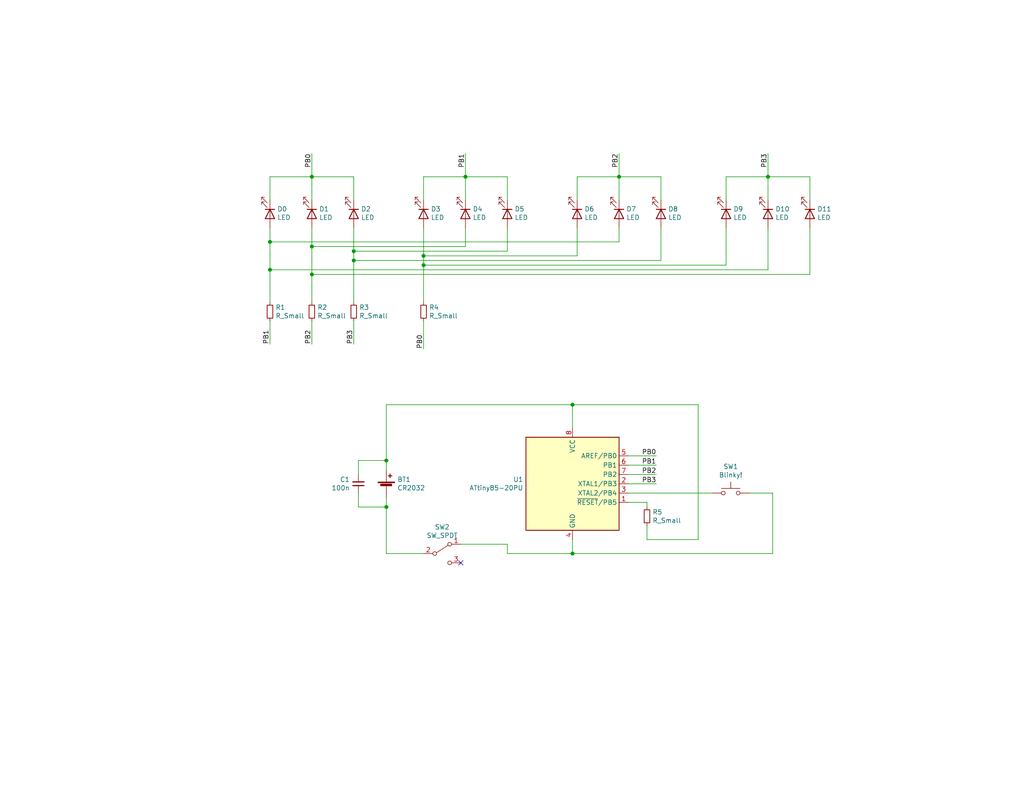
<source format=kicad_sch>
(kicad_sch (version 20211123) (generator eeschema)
  (paper "USLetter")
  (title_block (title "Heart 2") (rev "1.0") (company "Cristóbal Cuevas Lagos"))
  (lib_symbols
    (symbol "Device:Battery_Cell" (pin_numbers hide) (pin_names (offset 0) hide)
      (property "Reference" "BT" (at 2.54 2.54 0))
      (property "Value" "Battery_Cell" (at 2.54 0 0))
      (symbol "Battery_Cell_0_1"
        (rectangle (start -2.286 1.778) (end 2.286 1.524) (fill (type outline)))
        (rectangle (start -1.5748 1.1938) (end 1.4732 0.6858) (fill (type outline)))
        (polyline (pts (xy 0 0.762) (xy 0 0)))
        (polyline (pts (xy 0 1.778) (xy 0 2.54)))
        (polyline (pts (xy 0.508 3.429) (xy 1.524 3.429)) (stroke (width 0.254)))
        (polyline (pts (xy 1.016 3.937) (xy 1.016 2.921)) (stroke (width 0.254)))
      )
      (symbol "Battery_Cell_1_1"
        (pin passive line (at 0 5.08 270) (length 2.54) (name "+") (number "1"))
        (pin passive line (at 0 -2.54 90) (length 2.54) (name "-") (number "2"))
      )
    )
    (symbol "Device:C_Small" (pin_numbers hide) (pin_names (offset 0.254) hide)
      (property "Reference" "C" (at 0.254 1.778 0))
      (property "Value" "C_Small" (at 0.254 -2.032 0))
      (symbol "C_Small_0_1"
        (polyline (pts (xy -1.524 -0.508) (xy 1.524 -0.508)) (stroke (width 0.3302)))
        (polyline (pts (xy -1.524 0.508) (xy 1.524 0.508)) (stroke (width 0.3048)))
      )
      (symbol "C_Small_1_1"
        (pin passive line (at 0 2.54 270) (length 2.032) (name "~") (number "1"))
        (pin passive line (at 0 -2.54 90) (length 2.032) (name "~") (number "2"))
      )
    )
    (symbol "Device:LED" (pin_numbers hide) (pin_names (offset 1.016) hide)
      (property "Reference" "D" (at 0 2.54 0))
      (property "Value" "LED" (at 0 -2.54 0))
      (symbol "LED_0_1"
        (polyline (pts (xy -1.27 -1.27) (xy -1.27 1.27)) (stroke (width 0.254)))
        (polyline (pts (xy -1.27 0) (xy 1.27 0)))
        (polyline (pts (xy 1.27 -1.27) (xy 1.27 1.27) (xy -1.27 0) (xy 1.27 -1.27)) (stroke (width 0.254)))
        (polyline (pts (xy -3.048 -0.762) (xy -4.572 -2.286) (xy -3.81 -2.286) (xy -4.572 -2.286) (xy -4.572 -1.524)))
        (polyline (pts (xy -1.778 -0.762) (xy -3.302 -2.286) (xy -2.54 -2.286) (xy -3.302 -2.286) (xy -3.302 -1.524)))
      )
      (symbol "LED_1_1"
        (pin passive line (at -3.81 0 0) (length 2.54) (name "K") (number "1"))
        (pin passive line (at 3.81 0 180) (length 2.54) (name "A") (number "2"))
      )
    )
    (symbol "Device:R_Small" (pin_numbers hide) (pin_names (offset 0.254) hide)
      (property "Reference" "R" (at 0.762 0.508 0))
      (property "Value" "R_Small" (at 0.762 -1.016 0))
      (symbol "R_Small_0_1"
        (rectangle (start -0.762 1.778) (end 0.762 -1.778) (stroke (width 0.2032)))
      )
      (symbol "R_Small_1_1"
        (pin passive line (at 0 2.54 270) (length 0.762) (name "~") (number "1"))
        (pin passive line (at 0 -2.54 90) (length 0.762) (name "~") (number "2"))
      )
    )
    (symbol "Herz-rescue:ATtiny85-20PU-MCU_Microchip_ATtiny"
      (property "Reference" "U" (at -12.7 13.97 0))
      (property "Value" "ATtiny85-20PU-MCU_Microchip_ATtiny" (at 2.54 -13.97 0))
      (symbol "ATtiny85-20PU-MCU_Microchip_ATtiny_0_1"
        (rectangle (start -12.7 -12.7) (end 12.7 12.7) (stroke (width 0.254)) (fill (type background)))
      )
      (symbol "ATtiny85-20PU-MCU_Microchip_ATtiny_1_1"
        (pin tri_state line (at 15.24 -5.08 180) (length 2.54) (name "~{RESET}/PB5") (number "1"))
        (pin tri_state line (at 15.24 0 180) (length 2.54) (name "XTAL1/PB3") (number "2"))
        (pin tri_state line (at 15.24 -2.54 180) (length 2.54) (name "XTAL2/PB4") (number "3"))
        (pin power_in line (at 0 -15.24 90) (length 2.54) (name "GND") (number "4"))
        (pin tri_state line (at 15.24 7.62 180) (length 2.54) (name "AREF/PB0") (number "5"))
        (pin tri_state line (at 15.24 5.08 180) (length 2.54) (name "PB1") (number "6"))
        (pin tri_state line (at 15.24 2.54 180) (length 2.54) (name "PB2") (number "7"))
        (pin power_in line (at 0 15.24 270) (length 2.54) (name "VCC") (number "8"))
      )
    )
    (symbol "Switch:SW_Push" (pin_numbers hide) (pin_names (offset 1.016) hide)
      (property "Reference" "SW" (at 1.27 2.54 0))
      (property "Value" "SW_Push" (at 0 -1.524 0))
      (symbol "SW_Push_0_1"
        (circle (center -2.032 0) (radius 0.508))
        (polyline (pts (xy 0 1.27) (xy 0 3.048)))
        (polyline (pts (xy 2.54 1.27) (xy -2.54 1.27)))
        (circle (center 2.032 0) (radius 0.508))
        (pin passive line (at -5.08 0 0) (length 2.54) (name "1") (number "1"))
        (pin passive line (at 5.08 0 180) (length 2.54) (name "2") (number "2"))
      )
    )
    (symbol "Switch:SW_SPDT" (pin_names (offset 0) hide)
      (property "Reference" "SW" (at 0 4.318 0))
      (property "Value" "SW_SPDT" (at 0 -5.08 0))
      (symbol "SW_SPDT_0_0"
        (circle (center -2.032 0) (radius 0.508))
        (circle (center 2.032 -2.54) (radius 0.508))
      )
      (symbol "SW_SPDT_0_1"
        (polyline (pts (xy -1.524 0.254) (xy 1.651 2.286)))
        (circle (center 2.032 2.54) (radius 0.508))
      )
      (symbol "SW_SPDT_1_1"
        (pin passive line (at 5.08 2.54 180) (length 2.54) (name "A") (number "1"))
        (pin passive line (at -5.08 0 0) (length 2.54) (name "B") (number "2"))
        (pin passive line (at 5.08 -2.54 180) (length 2.54) (name "C") (number "3"))
      )
    )
  )
  (junction (at 209.55 48.26))
  (junction (at 127 48.26))
  (junction (at 85.09 48.26))
  (junction (at 115.57 69.85))
  (junction (at 156.21 151.13))
  (junction (at 115.57 72.39))
  (junction (at 73.66 66.04))
  (junction (at 96.52 68.58))
  (junction (at 156.21 110.49))
  (junction (at 105.41 125.73))
  (junction (at 85.09 74.93))
  (junction (at 105.41 138.43))
  (junction (at 73.66 73.66))
  (junction (at 85.09 67.31))
  (junction (at 168.91 48.26))
  (junction (at 96.52 71.12))
  (no_connect (at 125.73 153.67))
  (wire (pts (xy 115.57 87.63) (xy 115.57 95.25)))
  (wire (pts (xy 220.98 48.26) (xy 220.98 54.61)))
  (wire (pts (xy 85.09 41.91) (xy 85.09 48.26)))
  (wire (pts (xy 210.82 151.13) (xy 156.21 151.13)))
  (wire (pts (xy 115.57 48.26) (xy 115.57 54.61)))
  (wire (pts (xy 97.79 125.73) (xy 105.41 125.73)))
  (wire (pts (xy 176.53 143.51) (xy 176.53 147.32)))
  (wire (pts (xy 168.91 48.26) (xy 180.34 48.26)))
  (wire (pts (xy 125.73 148.59) (xy 138.43 148.59)))
  (wire (pts (xy 190.5 110.49) (xy 190.5 147.32)))
  (wire (pts (xy 198.12 72.39) (xy 115.57 72.39)))
  (wire (pts (xy 209.55 62.23) (xy 209.55 73.66)))
  (wire (pts (xy 168.91 62.23) (xy 168.91 66.04)))
  (wire (pts (xy 156.21 110.49) (xy 156.21 116.84)))
  (wire (pts (xy 73.66 82.55) (xy 73.66 73.66)))
  (wire (pts (xy 73.66 87.63) (xy 73.66 93.98)))
  (wire (pts (xy 156.21 110.49) (xy 190.5 110.49)))
  (wire (pts (xy 190.5 147.32) (xy 176.53 147.32)))
  (wire (pts (xy 96.52 68.58) (xy 96.52 62.23)))
  (wire (pts (xy 105.41 125.73) (xy 105.41 110.49)))
  (wire (pts (xy 97.79 138.43) (xy 105.41 138.43)))
  (wire (pts (xy 96.52 82.55) (xy 96.52 71.12)))
  (wire (pts (xy 168.91 41.91) (xy 168.91 48.26)))
  (wire (pts (xy 115.57 69.85) (xy 115.57 72.39)))
  (wire (pts (xy 85.09 48.26) (xy 73.66 48.26)))
  (wire (pts (xy 194.31 134.62) (xy 171.45 134.62)))
  (wire (pts (xy 96.52 71.12) (xy 96.52 68.58)))
  (wire (pts (xy 85.09 67.31) (xy 85.09 62.23)))
  (wire (pts (xy 105.41 128.27) (xy 105.41 125.73)))
  (wire (pts (xy 179.07 124.46) (xy 171.45 124.46)))
  (wire (pts (xy 220.98 62.23) (xy 220.98 74.93)))
  (wire (pts (xy 176.53 137.16) (xy 176.53 138.43)))
  (wire (pts (xy 73.66 73.66) (xy 73.66 66.04)))
  (wire (pts (xy 115.57 62.23) (xy 115.57 69.85)))
  (wire (pts (xy 85.09 82.55) (xy 85.09 74.93)))
  (wire (pts (xy 157.48 48.26) (xy 157.48 54.61)))
  (wire (pts (xy 168.91 48.26) (xy 168.91 54.61)))
  (wire (pts (xy 85.09 74.93) (xy 85.09 67.31)))
  (wire (pts (xy 97.79 129.54) (xy 97.79 125.73)))
  (wire (pts (xy 220.98 74.93) (xy 85.09 74.93)))
  (wire (pts (xy 97.79 134.62) (xy 97.79 138.43)))
  (wire (pts (xy 204.47 134.62) (xy 210.82 134.62)))
  (wire (pts (xy 179.07 129.54) (xy 171.45 129.54)))
  (wire (pts (xy 127 48.26) (xy 127 54.61)))
  (wire (pts (xy 85.09 48.26) (xy 85.09 54.61)))
  (wire (pts (xy 157.48 69.85) (xy 115.57 69.85)))
  (wire (pts (xy 209.55 41.91) (xy 209.55 48.26)))
  (wire (pts (xy 198.12 62.23) (xy 198.12 72.39)))
  (wire (pts (xy 179.07 127) (xy 171.45 127)))
  (wire (pts (xy 127 67.31) (xy 85.09 67.31)))
  (wire (pts (xy 209.55 73.66) (xy 73.66 73.66)))
  (wire (pts (xy 96.52 48.26) (xy 96.52 54.61)))
  (wire (pts (xy 105.41 151.13) (xy 115.57 151.13)))
  (wire (pts (xy 85.09 48.26) (xy 96.52 48.26)))
  (wire (pts (xy 209.55 48.26) (xy 220.98 48.26)))
  (wire (pts (xy 73.66 66.04) (xy 73.66 62.23)))
  (wire (pts (xy 96.52 71.12) (xy 180.34 71.12)))
  (wire (pts (xy 138.43 48.26) (xy 138.43 54.61)))
  (wire (pts (xy 127 48.26) (xy 138.43 48.26)))
  (wire (pts (xy 115.57 72.39) (xy 115.57 82.55)))
  (wire (pts (xy 168.91 66.04) (xy 73.66 66.04)))
  (wire (pts (xy 138.43 62.23) (xy 138.43 68.58)))
  (wire (pts (xy 85.09 87.63) (xy 85.09 93.98)))
  (wire (pts (xy 127 48.26) (xy 115.57 48.26)))
  (wire (pts (xy 105.41 110.49) (xy 156.21 110.49)))
  (wire (pts (xy 105.41 138.43) (xy 105.41 151.13)))
  (wire (pts (xy 105.41 135.89) (xy 105.41 138.43)))
  (wire (pts (xy 171.45 137.16) (xy 176.53 137.16)))
  (wire (pts (xy 180.34 62.23) (xy 180.34 71.12)))
  (wire (pts (xy 127 62.23) (xy 127 67.31)))
  (wire (pts (xy 138.43 151.13) (xy 156.21 151.13)))
  (wire (pts (xy 209.55 48.26) (xy 198.12 48.26)))
  (wire (pts (xy 156.21 151.13) (xy 156.21 147.32)))
  (wire (pts (xy 180.34 48.26) (xy 180.34 54.61)))
  (wire (pts (xy 209.55 48.26) (xy 209.55 54.61)))
  (wire (pts (xy 179.07 132.08) (xy 171.45 132.08)))
  (wire (pts (xy 138.43 148.59) (xy 138.43 151.13)))
  (wire (pts (xy 157.48 62.23) (xy 157.48 69.85)))
  (wire (pts (xy 138.43 68.58) (xy 96.52 68.58)))
  (wire (pts (xy 73.66 48.26) (xy 73.66 54.61)))
  (wire (pts (xy 168.91 48.26) (xy 157.48 48.26)))
  (wire (pts (xy 96.52 87.63) (xy 96.52 93.98)))
  (wire (pts (xy 210.82 134.62) (xy 210.82 151.13)))
  (wire (pts (xy 127 41.91) (xy 127 48.26)))
  (wire (pts (xy 198.12 48.26) (xy 198.12 54.61)))
  (label "PB3" (at 179.07 132.08 180))
  (label "PB3" (at 209.55 41.91 270))
  (label "PB1" (at 73.66 93.98 90))
  (label "PB2" (at 168.91 41.91 270))
  (label "PB2" (at 179.07 129.54 180))
  (label "PB2" (at 85.09 93.98 90))
  (label "PB1" (at 179.07 127 180))
  (label "PB0" (at 179.07 124.46 180))
  (label "PB3" (at 96.52 93.98 90))
  (label "PB0" (at 115.57 95.25 90))
  (label "PB1" (at 127 41.91 270))
  (label "PB0" (at 85.09 41.91 270))
  (symbol (lib_id "Device:LED") (at 73.66 58.42 270) (unit 1)
    (property "Reference" "D0" (at 75.6412 57.0738 90) (effects (justify left)))
    (property "Value" "LED" (at 75.6412 59.3852 90) (effects (justify left)))
    (property "Footprint" "LED_THT:LED_D5.0mm" (effects hide))
  )
  (symbol (lib_id "Device:R_Small") (at 73.66 85.09 0) (unit 1)
    (property "Reference" "R1" (at 75.1586 83.9216 0) (effects (justify left)))
    (property "Value" "R_Small" (at 75.1586 86.233 0) (effects (justify left)))
    (property "Footprint" "Resistor_SMD:R_0805_2012Metric" (effects hide))
  )
  (symbol (lib_id "Device:LED") (at 85.09 58.42 270) (unit 1)
    (property "Reference" "D1" (at 87.0712 57.0738 90) (effects (justify left)))
    (property "Value" "LED" (at 87.0712 59.3852 90) (effects (justify left)))
    (property "Footprint" "LED_THT:LED_D5.0mm" (effects hide))
  )
  (symbol (lib_id "Device:R_Small") (at 85.09 85.09 0) (unit 1)
    (property "Reference" "R2" (at 86.5886 83.9216 0) (effects (justify left)))
    (property "Value" "R_Small" (at 86.5886 86.233 0) (effects (justify left)))
    (property "Footprint" "Resistor_SMD:R_0805_2012Metric" (effects hide))
  )
  (symbol (lib_id "Device:LED") (at 96.52 58.42 270) (unit 1)
    (property "Reference" "D2" (at 98.5012 57.0738 90) (effects (justify left)))
    (property "Value" "LED" (at 98.5012 59.3852 90) (effects (justify left)))
    (property "Footprint" "LED_THT:LED_D5.0mm" (effects hide))
  )
  (symbol (lib_id "Device:R_Small") (at 96.52 85.09 0) (unit 1)
    (property "Reference" "R3" (at 98.0186 83.9216 0) (effects (justify left)))
    (property "Value" "R_Small" (at 98.0186 86.233 0) (effects (justify left)))
    (property "Footprint" "Resistor_SMD:R_0805_2012Metric" (effects hide))
  )
  (symbol (lib_id "Device:LED") (at 115.57 58.42 270) (unit 1)
    (property "Reference" "D3" (at 117.5512 57.0738 90) (effects (justify left)))
    (property "Value" "LED" (at 117.5512 59.3852 90) (effects (justify left)))
    (property "Footprint" "LED_THT:LED_D5.0mm" (effects hide))
  )
  (symbol (lib_id "Device:LED") (at 127 58.42 270) (unit 1)
    (property "Reference" "D4" (at 128.9812 57.0738 90) (effects (justify left)))
    (property "Value" "LED" (at 128.9812 59.3852 90) (effects (justify left)))
    (property "Footprint" "LED_THT:LED_D5.0mm" (effects hide))
  )
  (symbol (lib_id "Device:LED") (at 138.43 58.42 270) (unit 1)
    (property "Reference" "D5" (at 140.4112 57.0738 90) (effects (justify left)))
    (property "Value" "LED" (at 140.4112 59.3852 90) (effects (justify left)))
    (property "Footprint" "LED_THT:LED_D5.0mm" (effects hide))
  )
  (symbol (lib_id "Device:R_Small") (at 115.57 85.09 0) (unit 1)
    (property "Reference" "R4" (at 117.0686 83.9216 0) (effects (justify left)))
    (property "Value" "R_Small" (at 117.0686 86.233 0) (effects (justify left)))
    (property "Footprint" "Resistor_SMD:R_0805_2012Metric" (effects hide))
  )
  (symbol (lib_id "Device:LED") (at 157.48 58.42 270) (unit 1)
    (property "Reference" "D6" (at 159.4612 57.0738 90) (effects (justify left)))
    (property "Value" "LED" (at 159.4612 59.3852 90) (effects (justify left)))
    (property "Footprint" "LED_THT:LED_D5.0mm" (effects hide))
  )
  (symbol (lib_id "Device:LED") (at 168.91 58.42 270) (unit 1)
    (property "Reference" "D7" (at 170.8912 57.0738 90) (effects (justify left)))
    (property "Value" "LED" (at 170.8912 59.3852 90) (effects (justify left)))
    (property "Footprint" "LED_THT:LED_D5.0mm" (effects hide))
  )
  (symbol (lib_id "Device:LED") (at 180.34 58.42 270) (unit 1)
    (property "Reference" "D8" (at 182.3212 57.0738 90) (effects (justify left)))
    (property "Value" "LED" (at 182.3212 59.3852 90) (effects (justify left)))
    (property "Footprint" "LED_THT:LED_D5.0mm" (effects hide))
  )
  (symbol (lib_id "Device:LED") (at 198.12 58.42 270) (unit 1)
    (property "Reference" "D9" (at 200.1012 57.0738 90) (effects (justify left)))
    (property "Value" "LED" (at 200.1012 59.3852 90) (effects (justify left)))
    (property "Footprint" "LED_THT:LED_D5.0mm" (effects hide))
  )
  (symbol (lib_id "Device:LED") (at 209.55 58.42 270) (unit 1)
    (property "Reference" "D10" (at 211.5566 57.0738 90) (effects (justify left)))
    (property "Value" "LED" (at 211.5566 59.3852 90) (effects (justify left)))
    (property "Footprint" "LED_THT:LED_D5.0mm" (effects hide))
  )
  (symbol (lib_id "Device:LED") (at 220.98 58.42 270) (unit 1)
    (property "Reference" "D11" (at 222.9866 57.0738 90) (effects (justify left)))
    (property "Value" "LED" (at 222.9866 59.3852 90) (effects (justify left)))
    (property "Footprint" "LED_THT:LED_D5.0mm" (effects hide))
  )
  (symbol (lib_id "Herz-rescue:ATtiny85-20PU-MCU_Microchip_ATtiny") (at 156.21 132.08 0) (unit 1)
    (property "Reference" "U1" (at 142.7734 130.9116 0) (effects (justify right)))
    (property "Value" "ATtiny85-20PU" (at 142.7734 133.223 0) (effects (justify right)))
    (property "Footprint" "Package_DIP:DIP-8_W7.62mm_Socket" (effects hide))
    (property "Datasheet" "http://ww1.microchip.com/downloads/en/DeviceDoc/atmel-2586-avr-8-bit-microcontroller-attiny25-attiny45-attiny85_datasheet.pdf" (effects hide))
  )
  (symbol (lib_id "Switch:SW_Push") (at 199.39 134.62 0) (unit 1)
    (property "Reference" "SW1" (at 199.39 127.381 0))
    (property "Value" "Blinky!" (at 199.39 129.6924 0))
    (property "Footprint" "000EigeneFootprints:Taster_SMD_eBay4,5x3mm" (effects hide))
  )
  (symbol (lib_id "Device:Battery_Cell") (at 105.41 133.35 0) (unit 1)
    (property "Reference" "BT1" (at 108.4072 130.9116 0) (effects (justify left)))
    (property "Value" "CR2032" (at 108.4072 133.223 0) (effects (justify left)))
    (property "Footprint" "000EigeneFootprints:Batteriehalter_CR2032" (effects hide))
  )
  (symbol (lib_id "Device:R_Small") (at 176.53 140.97 0) (unit 1)
    (property "Reference" "R5" (at 178.0286 139.8016 0) (effects (justify left)))
    (property "Value" "R_Small" (at 178.0286 142.113 0) (effects (justify left)))
    (property "Footprint" "Resistor_SMD:R_0805_2012Metric" (effects hide))
  )
  (symbol (lib_id "Device:C_Small") (at 97.79 132.08 0) (mirror x) (unit 1)
    (property "Reference" "C1" (at 95.4532 130.9116 0) (effects (justify right)))
    (property "Value" "100n" (at 95.4532 133.223 0) (effects (justify right)))
    (property "Footprint" "Capacitor_SMD:C_0805_2012Metric" (effects hide))
  )
  (symbol (lib_id "Switch:SW_SPDT") (at 120.65 151.13 0) (unit 1)
    (property "Reference" "SW2" (at 120.65 143.891 0))
    (property "Value" "SW_SPDT" (at 120.65 146.2024 0))
    (property "Footprint" "000EigeneFootprints:3Pin_Sensor_SMD" (effects hide))
  )
)
</source>
